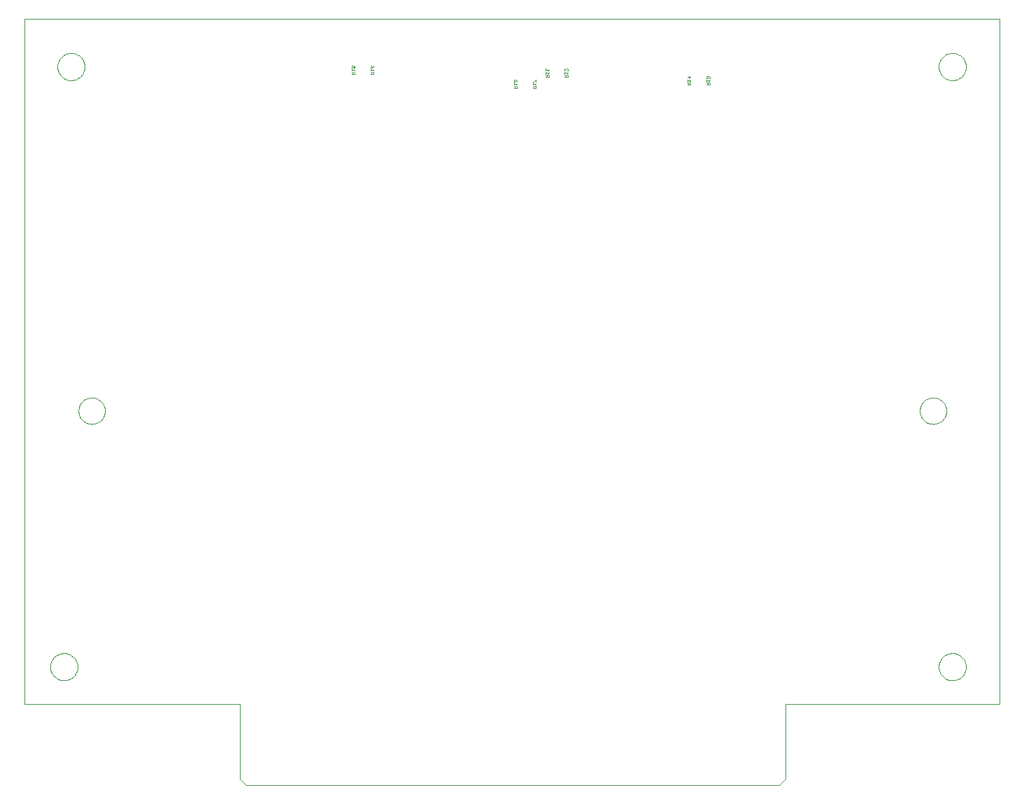
<source format=gbo>
G75*
G70*
%OFA0B0*%
%FSLAX24Y24*%
%IPPOS*%
%LPD*%
%AMOC8*
5,1,8,0,0,1.08239X$1,22.5*
%
%ADD10C,0.0000*%
%ADD11C,0.0010*%
D10*
X001029Y005856D02*
X001026Y038516D01*
X047510Y038516D01*
X047513Y005856D01*
X038300Y005856D01*
X038304Y005855D02*
X037304Y005855D01*
X037304Y002300D01*
X037004Y002000D01*
X011604Y002000D01*
X011304Y002300D01*
X011304Y005855D01*
X010304Y005855D01*
X010308Y005856D02*
X001029Y005856D01*
X002260Y007628D02*
X002262Y007678D01*
X002268Y007728D01*
X002278Y007778D01*
X002291Y007826D01*
X002308Y007874D01*
X002329Y007920D01*
X002353Y007964D01*
X002381Y008006D01*
X002412Y008046D01*
X002446Y008083D01*
X002483Y008118D01*
X002522Y008149D01*
X002563Y008178D01*
X002607Y008203D01*
X002653Y008225D01*
X002700Y008243D01*
X002748Y008257D01*
X002797Y008268D01*
X002847Y008275D01*
X002897Y008278D01*
X002948Y008277D01*
X002998Y008272D01*
X003048Y008263D01*
X003096Y008251D01*
X003144Y008234D01*
X003190Y008214D01*
X003235Y008191D01*
X003278Y008164D01*
X003318Y008134D01*
X003356Y008101D01*
X003391Y008065D01*
X003424Y008026D01*
X003453Y007985D01*
X003479Y007942D01*
X003502Y007897D01*
X003521Y007850D01*
X003536Y007802D01*
X003548Y007753D01*
X003556Y007703D01*
X003560Y007653D01*
X003560Y007603D01*
X003556Y007553D01*
X003548Y007503D01*
X003536Y007454D01*
X003521Y007406D01*
X003502Y007359D01*
X003479Y007314D01*
X003453Y007271D01*
X003424Y007230D01*
X003391Y007191D01*
X003356Y007155D01*
X003318Y007122D01*
X003278Y007092D01*
X003235Y007065D01*
X003190Y007042D01*
X003144Y007022D01*
X003096Y007005D01*
X003048Y006993D01*
X002998Y006984D01*
X002948Y006979D01*
X002897Y006978D01*
X002847Y006981D01*
X002797Y006988D01*
X002748Y006999D01*
X002700Y007013D01*
X002653Y007031D01*
X002607Y007053D01*
X002563Y007078D01*
X002522Y007107D01*
X002483Y007138D01*
X002446Y007173D01*
X002412Y007210D01*
X002381Y007250D01*
X002353Y007292D01*
X002329Y007336D01*
X002308Y007382D01*
X002291Y007430D01*
X002278Y007478D01*
X002268Y007528D01*
X002262Y007578D01*
X002260Y007628D01*
X003606Y019833D02*
X003608Y019883D01*
X003614Y019933D01*
X003624Y019982D01*
X003638Y020030D01*
X003655Y020077D01*
X003676Y020122D01*
X003701Y020166D01*
X003729Y020207D01*
X003761Y020246D01*
X003795Y020283D01*
X003832Y020317D01*
X003872Y020347D01*
X003914Y020374D01*
X003958Y020398D01*
X004004Y020419D01*
X004051Y020435D01*
X004099Y020448D01*
X004149Y020457D01*
X004198Y020462D01*
X004249Y020463D01*
X004299Y020460D01*
X004348Y020453D01*
X004397Y020442D01*
X004445Y020427D01*
X004491Y020409D01*
X004536Y020387D01*
X004579Y020361D01*
X004620Y020332D01*
X004659Y020300D01*
X004695Y020265D01*
X004727Y020227D01*
X004757Y020187D01*
X004784Y020144D01*
X004807Y020100D01*
X004826Y020054D01*
X004842Y020006D01*
X004854Y019957D01*
X004862Y019908D01*
X004866Y019858D01*
X004866Y019808D01*
X004862Y019758D01*
X004854Y019709D01*
X004842Y019660D01*
X004826Y019612D01*
X004807Y019566D01*
X004784Y019522D01*
X004757Y019479D01*
X004727Y019439D01*
X004695Y019401D01*
X004659Y019366D01*
X004620Y019334D01*
X004579Y019305D01*
X004536Y019279D01*
X004491Y019257D01*
X004445Y019239D01*
X004397Y019224D01*
X004348Y019213D01*
X004299Y019206D01*
X004249Y019203D01*
X004198Y019204D01*
X004149Y019209D01*
X004099Y019218D01*
X004051Y019231D01*
X004004Y019247D01*
X003958Y019268D01*
X003914Y019292D01*
X003872Y019319D01*
X003832Y019349D01*
X003795Y019383D01*
X003761Y019420D01*
X003729Y019459D01*
X003701Y019500D01*
X003676Y019544D01*
X003655Y019589D01*
X003638Y019636D01*
X003624Y019684D01*
X003614Y019733D01*
X003608Y019783D01*
X003606Y019833D01*
X002601Y036240D02*
X002603Y036290D01*
X002609Y036340D01*
X002619Y036390D01*
X002632Y036438D01*
X002649Y036486D01*
X002670Y036532D01*
X002694Y036576D01*
X002722Y036618D01*
X002753Y036658D01*
X002787Y036695D01*
X002824Y036730D01*
X002863Y036761D01*
X002904Y036790D01*
X002948Y036815D01*
X002994Y036837D01*
X003041Y036855D01*
X003089Y036869D01*
X003138Y036880D01*
X003188Y036887D01*
X003238Y036890D01*
X003289Y036889D01*
X003339Y036884D01*
X003389Y036875D01*
X003437Y036863D01*
X003485Y036846D01*
X003531Y036826D01*
X003576Y036803D01*
X003619Y036776D01*
X003659Y036746D01*
X003697Y036713D01*
X003732Y036677D01*
X003765Y036638D01*
X003794Y036597D01*
X003820Y036554D01*
X003843Y036509D01*
X003862Y036462D01*
X003877Y036414D01*
X003889Y036365D01*
X003897Y036315D01*
X003901Y036265D01*
X003901Y036215D01*
X003897Y036165D01*
X003889Y036115D01*
X003877Y036066D01*
X003862Y036018D01*
X003843Y035971D01*
X003820Y035926D01*
X003794Y035883D01*
X003765Y035842D01*
X003732Y035803D01*
X003697Y035767D01*
X003659Y035734D01*
X003619Y035704D01*
X003576Y035677D01*
X003531Y035654D01*
X003485Y035634D01*
X003437Y035617D01*
X003389Y035605D01*
X003339Y035596D01*
X003289Y035591D01*
X003238Y035590D01*
X003188Y035593D01*
X003138Y035600D01*
X003089Y035611D01*
X003041Y035625D01*
X002994Y035643D01*
X002948Y035665D01*
X002904Y035690D01*
X002863Y035719D01*
X002824Y035750D01*
X002787Y035785D01*
X002753Y035822D01*
X002722Y035862D01*
X002694Y035904D01*
X002670Y035948D01*
X002649Y035994D01*
X002632Y036042D01*
X002619Y036090D01*
X002609Y036140D01*
X002603Y036190D01*
X002601Y036240D01*
X043705Y019833D02*
X043707Y019883D01*
X043713Y019933D01*
X043723Y019982D01*
X043737Y020030D01*
X043754Y020077D01*
X043775Y020122D01*
X043800Y020166D01*
X043828Y020207D01*
X043860Y020246D01*
X043894Y020283D01*
X043931Y020317D01*
X043971Y020347D01*
X044013Y020374D01*
X044057Y020398D01*
X044103Y020419D01*
X044150Y020435D01*
X044198Y020448D01*
X044248Y020457D01*
X044297Y020462D01*
X044348Y020463D01*
X044398Y020460D01*
X044447Y020453D01*
X044496Y020442D01*
X044544Y020427D01*
X044590Y020409D01*
X044635Y020387D01*
X044678Y020361D01*
X044719Y020332D01*
X044758Y020300D01*
X044794Y020265D01*
X044826Y020227D01*
X044856Y020187D01*
X044883Y020144D01*
X044906Y020100D01*
X044925Y020054D01*
X044941Y020006D01*
X044953Y019957D01*
X044961Y019908D01*
X044965Y019858D01*
X044965Y019808D01*
X044961Y019758D01*
X044953Y019709D01*
X044941Y019660D01*
X044925Y019612D01*
X044906Y019566D01*
X044883Y019522D01*
X044856Y019479D01*
X044826Y019439D01*
X044794Y019401D01*
X044758Y019366D01*
X044719Y019334D01*
X044678Y019305D01*
X044635Y019279D01*
X044590Y019257D01*
X044544Y019239D01*
X044496Y019224D01*
X044447Y019213D01*
X044398Y019206D01*
X044348Y019203D01*
X044297Y019204D01*
X044248Y019209D01*
X044198Y019218D01*
X044150Y019231D01*
X044103Y019247D01*
X044057Y019268D01*
X044013Y019292D01*
X043971Y019319D01*
X043931Y019349D01*
X043894Y019383D01*
X043860Y019420D01*
X043828Y019459D01*
X043800Y019500D01*
X043775Y019544D01*
X043754Y019589D01*
X043737Y019636D01*
X043723Y019684D01*
X043713Y019733D01*
X043707Y019783D01*
X043705Y019833D01*
X044599Y007628D02*
X044601Y007678D01*
X044607Y007728D01*
X044617Y007778D01*
X044630Y007826D01*
X044647Y007874D01*
X044668Y007920D01*
X044692Y007964D01*
X044720Y008006D01*
X044751Y008046D01*
X044785Y008083D01*
X044822Y008118D01*
X044861Y008149D01*
X044902Y008178D01*
X044946Y008203D01*
X044992Y008225D01*
X045039Y008243D01*
X045087Y008257D01*
X045136Y008268D01*
X045186Y008275D01*
X045236Y008278D01*
X045287Y008277D01*
X045337Y008272D01*
X045387Y008263D01*
X045435Y008251D01*
X045483Y008234D01*
X045529Y008214D01*
X045574Y008191D01*
X045617Y008164D01*
X045657Y008134D01*
X045695Y008101D01*
X045730Y008065D01*
X045763Y008026D01*
X045792Y007985D01*
X045818Y007942D01*
X045841Y007897D01*
X045860Y007850D01*
X045875Y007802D01*
X045887Y007753D01*
X045895Y007703D01*
X045899Y007653D01*
X045899Y007603D01*
X045895Y007553D01*
X045887Y007503D01*
X045875Y007454D01*
X045860Y007406D01*
X045841Y007359D01*
X045818Y007314D01*
X045792Y007271D01*
X045763Y007230D01*
X045730Y007191D01*
X045695Y007155D01*
X045657Y007122D01*
X045617Y007092D01*
X045574Y007065D01*
X045529Y007042D01*
X045483Y007022D01*
X045435Y007005D01*
X045387Y006993D01*
X045337Y006984D01*
X045287Y006979D01*
X045236Y006978D01*
X045186Y006981D01*
X045136Y006988D01*
X045087Y006999D01*
X045039Y007013D01*
X044992Y007031D01*
X044946Y007053D01*
X044902Y007078D01*
X044861Y007107D01*
X044822Y007138D01*
X044785Y007173D01*
X044751Y007210D01*
X044720Y007250D01*
X044692Y007292D01*
X044668Y007336D01*
X044647Y007382D01*
X044630Y007430D01*
X044617Y007478D01*
X044607Y007528D01*
X044601Y007578D01*
X044599Y007628D01*
X044599Y036240D02*
X044601Y036290D01*
X044607Y036340D01*
X044617Y036390D01*
X044630Y036438D01*
X044647Y036486D01*
X044668Y036532D01*
X044692Y036576D01*
X044720Y036618D01*
X044751Y036658D01*
X044785Y036695D01*
X044822Y036730D01*
X044861Y036761D01*
X044902Y036790D01*
X044946Y036815D01*
X044992Y036837D01*
X045039Y036855D01*
X045087Y036869D01*
X045136Y036880D01*
X045186Y036887D01*
X045236Y036890D01*
X045287Y036889D01*
X045337Y036884D01*
X045387Y036875D01*
X045435Y036863D01*
X045483Y036846D01*
X045529Y036826D01*
X045574Y036803D01*
X045617Y036776D01*
X045657Y036746D01*
X045695Y036713D01*
X045730Y036677D01*
X045763Y036638D01*
X045792Y036597D01*
X045818Y036554D01*
X045841Y036509D01*
X045860Y036462D01*
X045875Y036414D01*
X045887Y036365D01*
X045895Y036315D01*
X045899Y036265D01*
X045899Y036215D01*
X045895Y036165D01*
X045887Y036115D01*
X045875Y036066D01*
X045860Y036018D01*
X045841Y035971D01*
X045818Y035926D01*
X045792Y035883D01*
X045763Y035842D01*
X045730Y035803D01*
X045695Y035767D01*
X045657Y035734D01*
X045617Y035704D01*
X045574Y035677D01*
X045529Y035654D01*
X045483Y035634D01*
X045435Y035617D01*
X045387Y035605D01*
X045337Y035596D01*
X045287Y035591D01*
X045236Y035590D01*
X045186Y035593D01*
X045136Y035600D01*
X045087Y035611D01*
X045039Y035625D01*
X044992Y035643D01*
X044946Y035665D01*
X044902Y035690D01*
X044861Y035719D01*
X044822Y035750D01*
X044785Y035785D01*
X044751Y035822D01*
X044720Y035862D01*
X044692Y035904D01*
X044668Y035948D01*
X044647Y035994D01*
X044630Y036042D01*
X044617Y036090D01*
X044607Y036140D01*
X044601Y036190D01*
X044599Y036240D01*
D11*
X033681Y035748D02*
X033656Y035773D01*
X033631Y035773D01*
X033606Y035748D01*
X033581Y035773D01*
X033556Y035773D01*
X033531Y035748D01*
X033531Y035698D01*
X033556Y035673D01*
X033531Y035625D02*
X033531Y035525D01*
X033531Y035478D02*
X033581Y035428D01*
X033581Y035453D02*
X033581Y035378D01*
X033531Y035378D02*
X033681Y035378D01*
X033681Y035453D01*
X033656Y035478D01*
X033606Y035478D01*
X033581Y035453D01*
X033631Y035525D02*
X033681Y035575D01*
X033531Y035575D01*
X033656Y035673D02*
X033681Y035698D01*
X033681Y035748D01*
X033606Y035748D02*
X033606Y035723D01*
X032771Y035748D02*
X032696Y035673D01*
X032696Y035773D01*
X032621Y035748D02*
X032771Y035748D01*
X032771Y035575D02*
X032621Y035575D01*
X032621Y035525D02*
X032621Y035625D01*
X032721Y035525D02*
X032771Y035575D01*
X032746Y035478D02*
X032696Y035478D01*
X032671Y035453D01*
X032671Y035378D01*
X032621Y035378D02*
X032771Y035378D01*
X032771Y035453D01*
X032746Y035478D01*
X032671Y035428D02*
X032621Y035478D01*
X026924Y035745D02*
X026924Y035820D01*
X026899Y035845D01*
X026849Y035845D01*
X026824Y035820D01*
X026824Y035745D01*
X026774Y035745D02*
X026924Y035745D01*
X026824Y035795D02*
X026774Y035845D01*
X026774Y035893D02*
X026774Y035993D01*
X026774Y036040D02*
X026874Y036140D01*
X026899Y036140D01*
X026924Y036115D01*
X026924Y036065D01*
X026899Y036040D01*
X026924Y035943D02*
X026774Y035943D01*
X026774Y036040D02*
X026774Y036140D01*
X026924Y035943D02*
X026874Y035893D01*
X026015Y035943D02*
X025965Y035893D01*
X025990Y035845D02*
X025940Y035845D01*
X025915Y035820D01*
X025915Y035745D01*
X025915Y035795D02*
X025864Y035845D01*
X025864Y035893D02*
X025864Y035993D01*
X025864Y036040D02*
X025864Y036140D01*
X025864Y036090D02*
X026015Y036090D01*
X025965Y036040D01*
X026015Y035943D02*
X025864Y035943D01*
X025990Y035845D02*
X026015Y035820D01*
X026015Y035745D01*
X025864Y035745D01*
X025411Y035623D02*
X025411Y035523D01*
X025411Y035425D02*
X025261Y035425D01*
X025261Y035375D02*
X025261Y035475D01*
X025261Y035523D02*
X025286Y035523D01*
X025386Y035623D01*
X025411Y035623D01*
X025411Y035425D02*
X025361Y035375D01*
X025336Y035328D02*
X025311Y035303D01*
X025311Y035228D01*
X025261Y035228D02*
X025411Y035228D01*
X025411Y035303D01*
X025386Y035328D01*
X025336Y035328D01*
X025311Y035278D02*
X025261Y035328D01*
X024502Y035303D02*
X024477Y035328D01*
X024427Y035328D01*
X024402Y035303D01*
X024402Y035228D01*
X024402Y035278D02*
X024352Y035328D01*
X024352Y035375D02*
X024352Y035475D01*
X024352Y035425D02*
X024502Y035425D01*
X024452Y035375D01*
X024502Y035303D02*
X024502Y035228D01*
X024352Y035228D01*
X024377Y035523D02*
X024402Y035523D01*
X024427Y035548D01*
X024427Y035598D01*
X024402Y035623D01*
X024377Y035623D01*
X024352Y035598D01*
X024352Y035548D01*
X024377Y035523D01*
X024427Y035548D02*
X024452Y035523D01*
X024477Y035523D01*
X024502Y035548D01*
X024502Y035598D01*
X024477Y035623D01*
X024452Y035623D01*
X024427Y035598D01*
X017674Y035895D02*
X017674Y035970D01*
X017649Y035995D01*
X017599Y035995D01*
X017574Y035970D01*
X017574Y035895D01*
X017524Y035895D02*
X017674Y035895D01*
X017574Y035945D02*
X017524Y035995D01*
X017524Y036043D02*
X017524Y036143D01*
X017524Y036093D02*
X017674Y036093D01*
X017624Y036043D01*
X017599Y036190D02*
X017649Y036240D01*
X017674Y036290D01*
X017599Y036265D02*
X017599Y036190D01*
X017549Y036190D01*
X017524Y036215D01*
X017524Y036265D01*
X017549Y036290D01*
X017574Y036290D01*
X017599Y036265D01*
X016765Y036290D02*
X016765Y036190D01*
X016690Y036190D01*
X016715Y036240D01*
X016715Y036265D01*
X016690Y036290D01*
X016640Y036290D01*
X016614Y036265D01*
X016614Y036215D01*
X016640Y036190D01*
X016614Y036143D02*
X016614Y036043D01*
X016614Y035995D02*
X016665Y035945D01*
X016665Y035970D02*
X016665Y035895D01*
X016614Y035895D02*
X016765Y035895D01*
X016765Y035970D01*
X016740Y035995D01*
X016690Y035995D01*
X016665Y035970D01*
X016715Y036043D02*
X016765Y036093D01*
X016614Y036093D01*
M02*

</source>
